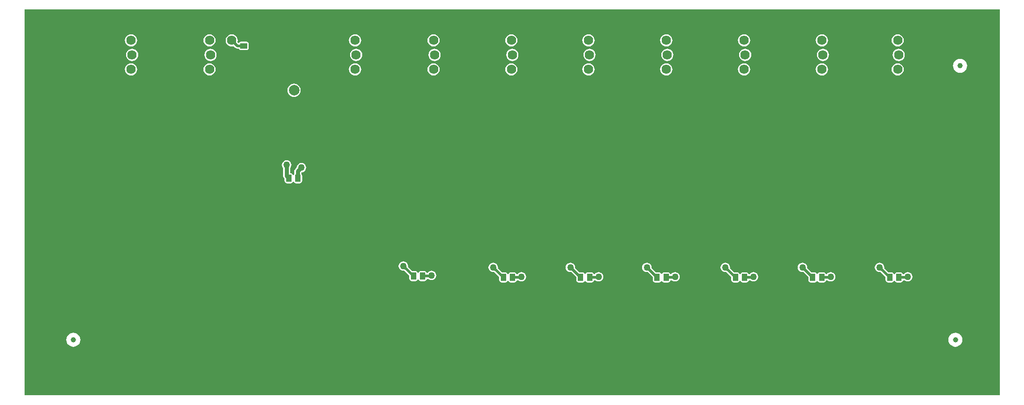
<source format=gbl>
G04 Layer_Physical_Order=2*
G04 Layer_Color=16711680*
%FSLAX44Y44*%
%MOMM*%
G71*
G01*
G75*
G04:AMPARAMS|DCode=10|XSize=1.397mm|YSize=1.0922mm|CornerRadius=0.2021mm|HoleSize=0mm|Usage=FLASHONLY|Rotation=0.000|XOffset=0mm|YOffset=0mm|HoleType=Round|Shape=RoundedRectangle|*
%AMROUNDEDRECTD10*
21,1,1.3970,0.6881,0,0,0.0*
21,1,0.9929,1.0922,0,0,0.0*
1,1,0.4041,0.4964,-0.3440*
1,1,0.4041,-0.4964,-0.3440*
1,1,0.4041,-0.4964,0.3440*
1,1,0.4041,0.4964,0.3440*
%
%ADD10ROUNDEDRECTD10*%
G04:AMPARAMS|DCode=15|XSize=1.397mm|YSize=1.0922mm|CornerRadius=0.2021mm|HoleSize=0mm|Usage=FLASHONLY|Rotation=270.000|XOffset=0mm|YOffset=0mm|HoleType=Round|Shape=RoundedRectangle|*
%AMROUNDEDRECTD15*
21,1,1.3970,0.6881,0,0,270.0*
21,1,0.9929,1.0922,0,0,270.0*
1,1,0.4041,-0.3440,-0.4964*
1,1,0.4041,-0.3440,0.4964*
1,1,0.4041,0.3440,0.4964*
1,1,0.4041,0.3440,-0.4964*
%
%ADD15ROUNDEDRECTD15*%
%ADD35C,0.5080*%
%ADD37C,0.7620*%
%ADD41C,1.7800*%
%ADD42C,7.0000*%
%ADD43C,1.0000*%
%ADD44C,2.0000*%
%ADD45C,2.5000*%
%ADD46C,1.2700*%
%ADD47C,0.6000*%
G36*
X1931670Y565150D02*
X85090D01*
Y1296670D01*
X1931670D01*
Y565150D01*
D02*
G37*
%LPC*%
G36*
X1738630Y1249789D02*
X1735644Y1249396D01*
X1732861Y1248243D01*
X1730471Y1246409D01*
X1728637Y1244019D01*
X1727484Y1241236D01*
X1727091Y1238250D01*
X1727484Y1235264D01*
X1728637Y1232481D01*
X1730471Y1230091D01*
X1732861Y1228257D01*
X1735644Y1227104D01*
X1738630Y1226711D01*
X1741616Y1227104D01*
X1744399Y1228257D01*
X1746789Y1230091D01*
X1748623Y1232481D01*
X1749776Y1235264D01*
X1750169Y1238250D01*
X1749776Y1241236D01*
X1748623Y1244019D01*
X1746789Y1246409D01*
X1744399Y1248243D01*
X1741616Y1249396D01*
X1738630Y1249789D01*
D02*
G37*
G36*
X1595120D02*
X1592134Y1249396D01*
X1589351Y1248243D01*
X1586961Y1246409D01*
X1585127Y1244019D01*
X1583974Y1241236D01*
X1583581Y1238250D01*
X1583974Y1235264D01*
X1585127Y1232481D01*
X1586961Y1230091D01*
X1589351Y1228257D01*
X1592134Y1227104D01*
X1595120Y1226711D01*
X1598106Y1227104D01*
X1600889Y1228257D01*
X1603279Y1230091D01*
X1605113Y1232481D01*
X1606266Y1235264D01*
X1606659Y1238250D01*
X1606266Y1241236D01*
X1605113Y1244019D01*
X1603279Y1246409D01*
X1600889Y1248243D01*
X1598106Y1249396D01*
X1595120Y1249789D01*
D02*
G37*
G36*
X1447800D02*
X1444814Y1249396D01*
X1442031Y1248243D01*
X1439641Y1246409D01*
X1437807Y1244019D01*
X1436655Y1241236D01*
X1436261Y1238250D01*
X1436655Y1235264D01*
X1437807Y1232481D01*
X1439641Y1230091D01*
X1442031Y1228257D01*
X1444814Y1227104D01*
X1447800Y1226711D01*
X1450786Y1227104D01*
X1453569Y1228257D01*
X1455959Y1230091D01*
X1457793Y1232481D01*
X1458945Y1235264D01*
X1459339Y1238250D01*
X1458945Y1241236D01*
X1457793Y1244019D01*
X1455959Y1246409D01*
X1453569Y1248243D01*
X1450786Y1249396D01*
X1447800Y1249789D01*
D02*
G37*
G36*
X1300480D02*
X1297494Y1249396D01*
X1294711Y1248243D01*
X1292321Y1246409D01*
X1290487Y1244019D01*
X1289335Y1241236D01*
X1288941Y1238250D01*
X1289335Y1235264D01*
X1290487Y1232481D01*
X1292321Y1230091D01*
X1294711Y1228257D01*
X1297494Y1227104D01*
X1300480Y1226711D01*
X1303466Y1227104D01*
X1306249Y1228257D01*
X1308639Y1230091D01*
X1310473Y1232481D01*
X1311626Y1235264D01*
X1312019Y1238250D01*
X1311626Y1241236D01*
X1310473Y1244019D01*
X1308639Y1246409D01*
X1306249Y1248243D01*
X1303466Y1249396D01*
X1300480Y1249789D01*
D02*
G37*
G36*
X1153160D02*
X1150174Y1249396D01*
X1147391Y1248243D01*
X1145001Y1246409D01*
X1143167Y1244019D01*
X1142014Y1241236D01*
X1141621Y1238250D01*
X1142014Y1235264D01*
X1143167Y1232481D01*
X1145001Y1230091D01*
X1147391Y1228257D01*
X1150174Y1227104D01*
X1153160Y1226711D01*
X1156146Y1227104D01*
X1158929Y1228257D01*
X1161319Y1230091D01*
X1163153Y1232481D01*
X1164305Y1235264D01*
X1164699Y1238250D01*
X1164305Y1241236D01*
X1163153Y1244019D01*
X1161319Y1246409D01*
X1158929Y1248243D01*
X1156146Y1249396D01*
X1153160Y1249789D01*
D02*
G37*
G36*
X1007110D02*
X1004124Y1249396D01*
X1001341Y1248243D01*
X998951Y1246409D01*
X997117Y1244019D01*
X995965Y1241236D01*
X995571Y1238250D01*
X995965Y1235264D01*
X997117Y1232481D01*
X998951Y1230091D01*
X1001341Y1228257D01*
X1004124Y1227104D01*
X1007110Y1226711D01*
X1010096Y1227104D01*
X1012879Y1228257D01*
X1015269Y1230091D01*
X1017103Y1232481D01*
X1018255Y1235264D01*
X1018649Y1238250D01*
X1018255Y1241236D01*
X1017103Y1244019D01*
X1015269Y1246409D01*
X1012879Y1248243D01*
X1010096Y1249396D01*
X1007110Y1249789D01*
D02*
G37*
G36*
X859790D02*
X856804Y1249396D01*
X854021Y1248243D01*
X851631Y1246409D01*
X849797Y1244019D01*
X848644Y1241236D01*
X848251Y1238250D01*
X848644Y1235264D01*
X849797Y1232481D01*
X851631Y1230091D01*
X854021Y1228257D01*
X856804Y1227104D01*
X859790Y1226711D01*
X862776Y1227104D01*
X865559Y1228257D01*
X867949Y1230091D01*
X869783Y1232481D01*
X870936Y1235264D01*
X871329Y1238250D01*
X870936Y1241236D01*
X869783Y1244019D01*
X867949Y1246409D01*
X865559Y1248243D01*
X862776Y1249396D01*
X859790Y1249789D01*
D02*
G37*
G36*
X711200D02*
X708214Y1249396D01*
X705431Y1248243D01*
X703041Y1246409D01*
X701207Y1244019D01*
X700054Y1241236D01*
X699661Y1238250D01*
X700054Y1235264D01*
X701207Y1232481D01*
X703041Y1230091D01*
X705431Y1228257D01*
X708214Y1227104D01*
X711200Y1226711D01*
X714186Y1227104D01*
X716969Y1228257D01*
X719359Y1230091D01*
X721193Y1232481D01*
X722346Y1235264D01*
X722739Y1238250D01*
X722346Y1241236D01*
X721193Y1244019D01*
X719359Y1246409D01*
X716969Y1248243D01*
X714186Y1249396D01*
X711200Y1249789D01*
D02*
G37*
G36*
X435610D02*
X432624Y1249396D01*
X429841Y1248243D01*
X427451Y1246409D01*
X425617Y1244019D01*
X424464Y1241236D01*
X424071Y1238250D01*
X424464Y1235264D01*
X425617Y1232481D01*
X427451Y1230091D01*
X429841Y1228257D01*
X432624Y1227104D01*
X435610Y1226711D01*
X438596Y1227104D01*
X441379Y1228257D01*
X443769Y1230091D01*
X445603Y1232481D01*
X446755Y1235264D01*
X447149Y1238250D01*
X446755Y1241236D01*
X445603Y1244019D01*
X443769Y1246409D01*
X441379Y1248243D01*
X438596Y1249396D01*
X435610Y1249789D01*
D02*
G37*
G36*
X287020D02*
X284034Y1249396D01*
X281251Y1248243D01*
X278861Y1246409D01*
X277027Y1244019D01*
X275875Y1241236D01*
X275481Y1238250D01*
X275875Y1235264D01*
X277027Y1232481D01*
X278861Y1230091D01*
X281251Y1228257D01*
X284034Y1227104D01*
X287020Y1226711D01*
X290006Y1227104D01*
X292789Y1228257D01*
X295179Y1230091D01*
X297013Y1232481D01*
X298165Y1235264D01*
X298559Y1238250D01*
X298165Y1241236D01*
X297013Y1244019D01*
X295179Y1246409D01*
X292789Y1248243D01*
X290006Y1249396D01*
X287020Y1249789D01*
D02*
G37*
G36*
X477610D02*
X474624Y1249396D01*
X471841Y1248243D01*
X469451Y1246409D01*
X467617Y1244019D01*
X466465Y1241236D01*
X466071Y1238250D01*
X466465Y1235264D01*
X467617Y1232481D01*
X469451Y1230091D01*
X471841Y1228257D01*
X474624Y1227104D01*
X477610Y1226711D01*
X480596Y1227104D01*
X481186Y1227349D01*
X484488Y1224046D01*
X486169Y1222924D01*
X488151Y1222530D01*
X488151Y1222530D01*
X491112D01*
X491120Y1222489D01*
X492128Y1220981D01*
X493636Y1219973D01*
X495416Y1219619D01*
X505344D01*
X507124Y1219973D01*
X508632Y1220981D01*
X509640Y1222489D01*
X509994Y1224269D01*
Y1231149D01*
X509640Y1232929D01*
X508632Y1234437D01*
X507124Y1235445D01*
X505344Y1235799D01*
X495416D01*
X493636Y1235445D01*
X492128Y1234437D01*
X491385Y1233326D01*
X490080Y1233215D01*
X489928Y1233257D01*
X488511Y1234674D01*
X488755Y1235264D01*
X489149Y1238250D01*
X488755Y1241236D01*
X487603Y1244019D01*
X485769Y1246409D01*
X483379Y1248243D01*
X480596Y1249396D01*
X477610Y1249789D01*
D02*
G37*
G36*
X1740580Y1222289D02*
X1737594Y1221896D01*
X1734811Y1220743D01*
X1732421Y1218909D01*
X1730587Y1216519D01*
X1729435Y1213736D01*
X1729041Y1210750D01*
X1729435Y1207764D01*
X1730587Y1204981D01*
X1732421Y1202591D01*
X1734811Y1200757D01*
X1737594Y1199604D01*
X1740580Y1199211D01*
X1743566Y1199604D01*
X1746349Y1200757D01*
X1748739Y1202591D01*
X1750573Y1204981D01*
X1751725Y1207764D01*
X1752119Y1210750D01*
X1751725Y1213736D01*
X1750573Y1216519D01*
X1748739Y1218909D01*
X1746349Y1220743D01*
X1743566Y1221896D01*
X1740580Y1222289D01*
D02*
G37*
G36*
X1597070D02*
X1594084Y1221896D01*
X1591301Y1220743D01*
X1588911Y1218909D01*
X1587077Y1216519D01*
X1585925Y1213736D01*
X1585531Y1210750D01*
X1585925Y1207764D01*
X1587077Y1204981D01*
X1588911Y1202591D01*
X1591301Y1200757D01*
X1594084Y1199604D01*
X1597070Y1199211D01*
X1600056Y1199604D01*
X1602839Y1200757D01*
X1605229Y1202591D01*
X1607063Y1204981D01*
X1608215Y1207764D01*
X1608609Y1210750D01*
X1608215Y1213736D01*
X1607063Y1216519D01*
X1605229Y1218909D01*
X1602839Y1220743D01*
X1600056Y1221896D01*
X1597070Y1222289D01*
D02*
G37*
G36*
X1449750D02*
X1446764Y1221896D01*
X1443981Y1220743D01*
X1441591Y1218909D01*
X1439757Y1216519D01*
X1438604Y1213736D01*
X1438211Y1210750D01*
X1438604Y1207764D01*
X1439757Y1204981D01*
X1441591Y1202591D01*
X1443981Y1200757D01*
X1446764Y1199604D01*
X1449750Y1199211D01*
X1452736Y1199604D01*
X1455519Y1200757D01*
X1457909Y1202591D01*
X1459743Y1204981D01*
X1460896Y1207764D01*
X1461289Y1210750D01*
X1460896Y1213736D01*
X1459743Y1216519D01*
X1457909Y1218909D01*
X1455519Y1220743D01*
X1452736Y1221896D01*
X1449750Y1222289D01*
D02*
G37*
G36*
X1302430D02*
X1299444Y1221896D01*
X1296661Y1220743D01*
X1294271Y1218909D01*
X1292437Y1216519D01*
X1291284Y1213736D01*
X1290891Y1210750D01*
X1291284Y1207764D01*
X1292437Y1204981D01*
X1294271Y1202591D01*
X1296661Y1200757D01*
X1299444Y1199604D01*
X1302430Y1199211D01*
X1305416Y1199604D01*
X1308199Y1200757D01*
X1310589Y1202591D01*
X1312423Y1204981D01*
X1313575Y1207764D01*
X1313969Y1210750D01*
X1313575Y1213736D01*
X1312423Y1216519D01*
X1310589Y1218909D01*
X1308199Y1220743D01*
X1305416Y1221896D01*
X1302430Y1222289D01*
D02*
G37*
G36*
X1155110D02*
X1152124Y1221896D01*
X1149341Y1220743D01*
X1146951Y1218909D01*
X1145117Y1216519D01*
X1143964Y1213736D01*
X1143571Y1210750D01*
X1143964Y1207764D01*
X1145117Y1204981D01*
X1146951Y1202591D01*
X1149341Y1200757D01*
X1152124Y1199604D01*
X1155110Y1199211D01*
X1158096Y1199604D01*
X1160879Y1200757D01*
X1163269Y1202591D01*
X1165103Y1204981D01*
X1166255Y1207764D01*
X1166649Y1210750D01*
X1166255Y1213736D01*
X1165103Y1216519D01*
X1163269Y1218909D01*
X1160879Y1220743D01*
X1158096Y1221896D01*
X1155110Y1222289D01*
D02*
G37*
G36*
X1009060D02*
X1006074Y1221896D01*
X1003291Y1220743D01*
X1000901Y1218909D01*
X999067Y1216519D01*
X997915Y1213736D01*
X997521Y1210750D01*
X997915Y1207764D01*
X999067Y1204981D01*
X1000901Y1202591D01*
X1003291Y1200757D01*
X1006074Y1199604D01*
X1009060Y1199211D01*
X1012046Y1199604D01*
X1014829Y1200757D01*
X1017219Y1202591D01*
X1019053Y1204981D01*
X1020206Y1207764D01*
X1020599Y1210750D01*
X1020206Y1213736D01*
X1019053Y1216519D01*
X1017219Y1218909D01*
X1014829Y1220743D01*
X1012046Y1221896D01*
X1009060Y1222289D01*
D02*
G37*
G36*
X861740D02*
X858754Y1221896D01*
X855971Y1220743D01*
X853581Y1218909D01*
X851747Y1216519D01*
X850594Y1213736D01*
X850201Y1210750D01*
X850594Y1207764D01*
X851747Y1204981D01*
X853581Y1202591D01*
X855971Y1200757D01*
X858754Y1199604D01*
X861740Y1199211D01*
X864726Y1199604D01*
X867509Y1200757D01*
X869899Y1202591D01*
X871733Y1204981D01*
X872886Y1207764D01*
X873279Y1210750D01*
X872886Y1213736D01*
X871733Y1216519D01*
X869899Y1218909D01*
X867509Y1220743D01*
X864726Y1221896D01*
X861740Y1222289D01*
D02*
G37*
G36*
X713150D02*
X710164Y1221896D01*
X707381Y1220743D01*
X704991Y1218909D01*
X703157Y1216519D01*
X702004Y1213736D01*
X701611Y1210750D01*
X702004Y1207764D01*
X703157Y1204981D01*
X704991Y1202591D01*
X707381Y1200757D01*
X710164Y1199604D01*
X713150Y1199211D01*
X716136Y1199604D01*
X718919Y1200757D01*
X721309Y1202591D01*
X723143Y1204981D01*
X724296Y1207764D01*
X724689Y1210750D01*
X724296Y1213736D01*
X723143Y1216519D01*
X721309Y1218909D01*
X718919Y1220743D01*
X716136Y1221896D01*
X713150Y1222289D01*
D02*
G37*
G36*
X437560D02*
X434574Y1221896D01*
X431791Y1220743D01*
X429401Y1218909D01*
X427567Y1216519D01*
X426414Y1213736D01*
X426021Y1210750D01*
X426414Y1207764D01*
X427567Y1204981D01*
X429401Y1202591D01*
X431791Y1200757D01*
X434574Y1199604D01*
X437560Y1199211D01*
X440546Y1199604D01*
X443329Y1200757D01*
X445719Y1202591D01*
X447553Y1204981D01*
X448705Y1207764D01*
X449099Y1210750D01*
X448705Y1213736D01*
X447553Y1216519D01*
X445719Y1218909D01*
X443329Y1220743D01*
X440546Y1221896D01*
X437560Y1222289D01*
D02*
G37*
G36*
X288970D02*
X285984Y1221896D01*
X283201Y1220743D01*
X280811Y1218909D01*
X278977Y1216519D01*
X277824Y1213736D01*
X277431Y1210750D01*
X277824Y1207764D01*
X278977Y1204981D01*
X280811Y1202591D01*
X283201Y1200757D01*
X285984Y1199604D01*
X288970Y1199211D01*
X291956Y1199604D01*
X294739Y1200757D01*
X297129Y1202591D01*
X298963Y1204981D01*
X300116Y1207764D01*
X300509Y1210750D01*
X300116Y1213736D01*
X298963Y1216519D01*
X297129Y1218909D01*
X294739Y1220743D01*
X291956Y1221896D01*
X288970Y1222289D01*
D02*
G37*
G36*
X1856740Y1203279D02*
X1853301Y1202826D01*
X1850096Y1201498D01*
X1847343Y1199387D01*
X1845232Y1196634D01*
X1843904Y1193429D01*
X1843451Y1189990D01*
X1843904Y1186551D01*
X1845232Y1183346D01*
X1847343Y1180593D01*
X1850096Y1178482D01*
X1853301Y1177154D01*
X1856740Y1176701D01*
X1860179Y1177154D01*
X1863384Y1178482D01*
X1866136Y1180593D01*
X1868248Y1183346D01*
X1869576Y1186551D01*
X1870029Y1189990D01*
X1869576Y1193429D01*
X1868248Y1196634D01*
X1866136Y1199387D01*
X1863384Y1201498D01*
X1860179Y1202826D01*
X1856740Y1203279D01*
D02*
G37*
G36*
X1738630Y1194789D02*
X1735644Y1194396D01*
X1732861Y1193243D01*
X1730471Y1191409D01*
X1728637Y1189019D01*
X1727484Y1186236D01*
X1727091Y1183250D01*
X1727484Y1180264D01*
X1728637Y1177481D01*
X1730471Y1175091D01*
X1732861Y1173257D01*
X1735644Y1172104D01*
X1738630Y1171711D01*
X1741616Y1172104D01*
X1744399Y1173257D01*
X1746789Y1175091D01*
X1748623Y1177481D01*
X1749776Y1180264D01*
X1750169Y1183250D01*
X1749776Y1186236D01*
X1748623Y1189019D01*
X1746789Y1191409D01*
X1744399Y1193243D01*
X1741616Y1194396D01*
X1738630Y1194789D01*
D02*
G37*
G36*
X1595120D02*
X1592134Y1194396D01*
X1589351Y1193243D01*
X1586961Y1191409D01*
X1585127Y1189019D01*
X1583974Y1186236D01*
X1583581Y1183250D01*
X1583974Y1180264D01*
X1585127Y1177481D01*
X1586961Y1175091D01*
X1589351Y1173257D01*
X1592134Y1172104D01*
X1595120Y1171711D01*
X1598106Y1172104D01*
X1600889Y1173257D01*
X1603279Y1175091D01*
X1605113Y1177481D01*
X1606266Y1180264D01*
X1606659Y1183250D01*
X1606266Y1186236D01*
X1605113Y1189019D01*
X1603279Y1191409D01*
X1600889Y1193243D01*
X1598106Y1194396D01*
X1595120Y1194789D01*
D02*
G37*
G36*
X1447800D02*
X1444814Y1194396D01*
X1442031Y1193243D01*
X1439641Y1191409D01*
X1437807Y1189019D01*
X1436655Y1186236D01*
X1436261Y1183250D01*
X1436655Y1180264D01*
X1437807Y1177481D01*
X1439641Y1175091D01*
X1442031Y1173257D01*
X1444814Y1172104D01*
X1447800Y1171711D01*
X1450786Y1172104D01*
X1453569Y1173257D01*
X1455959Y1175091D01*
X1457793Y1177481D01*
X1458945Y1180264D01*
X1459339Y1183250D01*
X1458945Y1186236D01*
X1457793Y1189019D01*
X1455959Y1191409D01*
X1453569Y1193243D01*
X1450786Y1194396D01*
X1447800Y1194789D01*
D02*
G37*
G36*
X1300480D02*
X1297494Y1194396D01*
X1294711Y1193243D01*
X1292321Y1191409D01*
X1290487Y1189019D01*
X1289335Y1186236D01*
X1288941Y1183250D01*
X1289335Y1180264D01*
X1290487Y1177481D01*
X1292321Y1175091D01*
X1294711Y1173257D01*
X1297494Y1172104D01*
X1300480Y1171711D01*
X1303466Y1172104D01*
X1306249Y1173257D01*
X1308639Y1175091D01*
X1310473Y1177481D01*
X1311626Y1180264D01*
X1312019Y1183250D01*
X1311626Y1186236D01*
X1310473Y1189019D01*
X1308639Y1191409D01*
X1306249Y1193243D01*
X1303466Y1194396D01*
X1300480Y1194789D01*
D02*
G37*
G36*
X1153160D02*
X1150174Y1194396D01*
X1147391Y1193243D01*
X1145001Y1191409D01*
X1143167Y1189019D01*
X1142014Y1186236D01*
X1141621Y1183250D01*
X1142014Y1180264D01*
X1143167Y1177481D01*
X1145001Y1175091D01*
X1147391Y1173257D01*
X1150174Y1172104D01*
X1153160Y1171711D01*
X1156146Y1172104D01*
X1158929Y1173257D01*
X1161319Y1175091D01*
X1163153Y1177481D01*
X1164305Y1180264D01*
X1164699Y1183250D01*
X1164305Y1186236D01*
X1163153Y1189019D01*
X1161319Y1191409D01*
X1158929Y1193243D01*
X1156146Y1194396D01*
X1153160Y1194789D01*
D02*
G37*
G36*
X1007110D02*
X1004124Y1194396D01*
X1001341Y1193243D01*
X998951Y1191409D01*
X997117Y1189019D01*
X995965Y1186236D01*
X995571Y1183250D01*
X995965Y1180264D01*
X997117Y1177481D01*
X998951Y1175091D01*
X1001341Y1173257D01*
X1004124Y1172104D01*
X1007110Y1171711D01*
X1010096Y1172104D01*
X1012879Y1173257D01*
X1015269Y1175091D01*
X1017103Y1177481D01*
X1018255Y1180264D01*
X1018649Y1183250D01*
X1018255Y1186236D01*
X1017103Y1189019D01*
X1015269Y1191409D01*
X1012879Y1193243D01*
X1010096Y1194396D01*
X1007110Y1194789D01*
D02*
G37*
G36*
X859790D02*
X856804Y1194396D01*
X854021Y1193243D01*
X851631Y1191409D01*
X849797Y1189019D01*
X848644Y1186236D01*
X848251Y1183250D01*
X848644Y1180264D01*
X849797Y1177481D01*
X851631Y1175091D01*
X854021Y1173257D01*
X856804Y1172104D01*
X859790Y1171711D01*
X862776Y1172104D01*
X865559Y1173257D01*
X867949Y1175091D01*
X869783Y1177481D01*
X870936Y1180264D01*
X871329Y1183250D01*
X870936Y1186236D01*
X869783Y1189019D01*
X867949Y1191409D01*
X865559Y1193243D01*
X862776Y1194396D01*
X859790Y1194789D01*
D02*
G37*
G36*
X711200D02*
X708214Y1194396D01*
X705431Y1193243D01*
X703041Y1191409D01*
X701207Y1189019D01*
X700054Y1186236D01*
X699661Y1183250D01*
X700054Y1180264D01*
X701207Y1177481D01*
X703041Y1175091D01*
X705431Y1173257D01*
X708214Y1172104D01*
X711200Y1171711D01*
X714186Y1172104D01*
X716969Y1173257D01*
X719359Y1175091D01*
X721193Y1177481D01*
X722346Y1180264D01*
X722739Y1183250D01*
X722346Y1186236D01*
X721193Y1189019D01*
X719359Y1191409D01*
X716969Y1193243D01*
X714186Y1194396D01*
X711200Y1194789D01*
D02*
G37*
G36*
X435610D02*
X432624Y1194396D01*
X429841Y1193243D01*
X427451Y1191409D01*
X425617Y1189019D01*
X424464Y1186236D01*
X424071Y1183250D01*
X424464Y1180264D01*
X425617Y1177481D01*
X427451Y1175091D01*
X429841Y1173257D01*
X432624Y1172104D01*
X435610Y1171711D01*
X438596Y1172104D01*
X441379Y1173257D01*
X443769Y1175091D01*
X445603Y1177481D01*
X446755Y1180264D01*
X447149Y1183250D01*
X446755Y1186236D01*
X445603Y1189019D01*
X443769Y1191409D01*
X441379Y1193243D01*
X438596Y1194396D01*
X435610Y1194789D01*
D02*
G37*
G36*
X287020D02*
X284034Y1194396D01*
X281251Y1193243D01*
X278861Y1191409D01*
X277027Y1189019D01*
X275875Y1186236D01*
X275481Y1183250D01*
X275875Y1180264D01*
X277027Y1177481D01*
X278861Y1175091D01*
X281251Y1173257D01*
X284034Y1172104D01*
X287020Y1171711D01*
X290006Y1172104D01*
X292789Y1173257D01*
X295179Y1175091D01*
X297013Y1177481D01*
X298165Y1180264D01*
X298559Y1183250D01*
X298165Y1186236D01*
X297013Y1189019D01*
X295179Y1191409D01*
X292789Y1193243D01*
X290006Y1194396D01*
X287020Y1194789D01*
D02*
G37*
G36*
X595630Y1156298D02*
X592356Y1155867D01*
X589306Y1154604D01*
X586686Y1152594D01*
X584676Y1149974D01*
X583413Y1146924D01*
X582982Y1143650D01*
X583413Y1140376D01*
X584676Y1137326D01*
X586686Y1134706D01*
X589306Y1132696D01*
X592356Y1131433D01*
X595630Y1131002D01*
X598904Y1131433D01*
X601954Y1132696D01*
X604574Y1134706D01*
X606584Y1137326D01*
X607847Y1140376D01*
X608278Y1143650D01*
X607847Y1146924D01*
X606584Y1149974D01*
X604574Y1152594D01*
X601954Y1154604D01*
X598904Y1155867D01*
X595630Y1156298D01*
D02*
G37*
G36*
X581660Y1010997D02*
X579339Y1010691D01*
X577177Y1009795D01*
X575320Y1008370D01*
X573895Y1006513D01*
X572999Y1004351D01*
X572693Y1002030D01*
X572999Y999709D01*
X573895Y997547D01*
X575186Y995864D01*
Y980821D01*
X575678Y978343D01*
X577082Y976243D01*
X577761Y975564D01*
Y971666D01*
X578115Y969886D01*
X579123Y968378D01*
X580631Y967370D01*
X582411Y967016D01*
X589291D01*
X591071Y967370D01*
X592579Y968378D01*
X593587Y969886D01*
X593713Y970515D01*
X595007D01*
X595133Y969886D01*
X596141Y968378D01*
X597649Y967370D01*
X599429Y967016D01*
X606309D01*
X608089Y967370D01*
X609597Y968378D01*
X610605Y969886D01*
X610959Y971666D01*
Y981594D01*
X610605Y983374D01*
X609597Y984882D01*
X609343Y985052D01*
Y987537D01*
X609818Y988012D01*
X611921Y988289D01*
X614083Y989185D01*
X615940Y990610D01*
X617365Y992467D01*
X618261Y994629D01*
X618567Y996950D01*
X618261Y999271D01*
X617365Y1001433D01*
X615940Y1003290D01*
X614083Y1004715D01*
X611921Y1005611D01*
X609600Y1005917D01*
X607279Y1005611D01*
X605117Y1004715D01*
X603260Y1003290D01*
X601835Y1001433D01*
X600939Y999271D01*
X600662Y997168D01*
X598291Y994797D01*
X596887Y992697D01*
X596395Y990219D01*
Y985052D01*
X596141Y984882D01*
X595133Y983374D01*
X595007Y982745D01*
X593713D01*
X593587Y983374D01*
X592579Y984882D01*
X591071Y985890D01*
X589291Y986244D01*
X588134D01*
Y995864D01*
X589425Y997547D01*
X590321Y999709D01*
X590627Y1002030D01*
X590321Y1004351D01*
X589425Y1006513D01*
X588000Y1008370D01*
X586143Y1009795D01*
X583981Y1010691D01*
X581660Y1010997D01*
D02*
G37*
G36*
X802640Y819227D02*
X800319Y818921D01*
X798157Y818025D01*
X796300Y816600D01*
X794875Y814743D01*
X793979Y812581D01*
X793673Y810260D01*
X793979Y807939D01*
X794875Y805777D01*
X796300Y803920D01*
X798157Y802495D01*
X800319Y801599D01*
X802640Y801293D01*
X804427Y801529D01*
X813981Y791975D01*
Y786246D01*
X814335Y784466D01*
X815343Y782958D01*
X816851Y781950D01*
X818631Y781596D01*
X825511D01*
X827291Y781950D01*
X828799Y782958D01*
X829807Y784466D01*
X829933Y785095D01*
X831227D01*
X831353Y784466D01*
X832361Y782958D01*
X833869Y781950D01*
X835649Y781596D01*
X842529D01*
X844309Y781950D01*
X845817Y782958D01*
X846825Y784466D01*
X847137Y786031D01*
X849782D01*
X851497Y784715D01*
X853659Y783819D01*
X855980Y783513D01*
X858301Y783819D01*
X860463Y784715D01*
X862320Y786140D01*
X863745Y787997D01*
X864641Y790159D01*
X864947Y792480D01*
X864641Y794801D01*
X863745Y796963D01*
X862320Y798820D01*
X860463Y800245D01*
X858301Y801141D01*
X855980Y801447D01*
X853659Y801141D01*
X851497Y800245D01*
X849640Y798820D01*
X848296Y797070D01*
X847852Y797050D01*
X846963Y797261D01*
X846825Y797954D01*
X845817Y799462D01*
X844309Y800470D01*
X842529Y800824D01*
X835649D01*
X833869Y800470D01*
X832361Y799462D01*
X831353Y797954D01*
X831227Y797325D01*
X829933D01*
X829807Y797954D01*
X828799Y799462D01*
X827291Y800470D01*
X825511Y800824D01*
X819782D01*
X811460Y809146D01*
X811607Y810260D01*
X811301Y812581D01*
X810405Y814743D01*
X808980Y816600D01*
X807123Y818025D01*
X804961Y818921D01*
X802640Y819227D01*
D02*
G37*
G36*
X1704340Y816687D02*
X1702019Y816381D01*
X1699857Y815485D01*
X1698000Y814060D01*
X1696575Y812203D01*
X1695679Y810041D01*
X1695373Y807720D01*
X1695679Y805399D01*
X1696575Y803237D01*
X1698000Y801380D01*
X1699857Y799955D01*
X1702019Y799059D01*
X1704340Y798753D01*
X1706127Y798989D01*
X1715681Y789435D01*
Y783706D01*
X1716035Y781926D01*
X1717043Y780418D01*
X1718551Y779410D01*
X1720331Y779056D01*
X1727211D01*
X1728991Y779410D01*
X1730499Y780418D01*
X1731507Y781926D01*
X1731633Y782555D01*
X1732927D01*
X1733053Y781926D01*
X1734061Y780418D01*
X1735569Y779410D01*
X1737349Y779056D01*
X1744229D01*
X1746009Y779410D01*
X1747517Y780418D01*
X1748525Y781926D01*
X1748837Y783491D01*
X1751482D01*
X1753197Y782175D01*
X1755359Y781279D01*
X1757680Y780973D01*
X1760001Y781279D01*
X1762163Y782175D01*
X1764020Y783600D01*
X1765445Y785457D01*
X1766341Y787619D01*
X1766647Y789940D01*
X1766341Y792261D01*
X1765445Y794423D01*
X1764020Y796280D01*
X1762163Y797705D01*
X1760001Y798601D01*
X1757680Y798907D01*
X1755359Y798601D01*
X1753197Y797705D01*
X1751340Y796280D01*
X1749996Y794530D01*
X1749552Y794510D01*
X1748663Y794721D01*
X1748525Y795414D01*
X1747517Y796922D01*
X1746009Y797930D01*
X1744229Y798284D01*
X1737349D01*
X1735569Y797930D01*
X1734061Y796922D01*
X1733053Y795414D01*
X1732927Y794785D01*
X1731633D01*
X1731507Y795414D01*
X1730499Y796922D01*
X1728991Y797930D01*
X1727211Y798284D01*
X1721482D01*
X1713160Y806606D01*
X1713307Y807720D01*
X1713001Y810041D01*
X1712105Y812203D01*
X1710680Y814060D01*
X1708823Y815485D01*
X1706661Y816381D01*
X1704340Y816687D01*
D02*
G37*
G36*
X1558290D02*
X1555969Y816381D01*
X1553807Y815485D01*
X1551950Y814060D01*
X1550525Y812203D01*
X1549629Y810041D01*
X1549323Y807720D01*
X1549629Y805399D01*
X1550525Y803237D01*
X1551950Y801380D01*
X1553807Y799955D01*
X1555969Y799059D01*
X1558290Y798753D01*
X1560077Y798989D01*
X1569631Y789435D01*
Y783706D01*
X1569985Y781926D01*
X1570993Y780418D01*
X1572501Y779410D01*
X1574281Y779056D01*
X1581161D01*
X1582941Y779410D01*
X1584449Y780418D01*
X1585457Y781926D01*
X1585583Y782555D01*
X1586877D01*
X1587003Y781926D01*
X1588011Y780418D01*
X1589519Y779410D01*
X1591299Y779056D01*
X1598179D01*
X1599959Y779410D01*
X1601467Y780418D01*
X1602475Y781926D01*
X1602787Y783491D01*
X1605432D01*
X1607147Y782175D01*
X1609309Y781279D01*
X1611630Y780973D01*
X1613951Y781279D01*
X1616113Y782175D01*
X1617970Y783600D01*
X1619395Y785457D01*
X1620291Y787619D01*
X1620597Y789940D01*
X1620291Y792261D01*
X1619395Y794423D01*
X1617970Y796280D01*
X1616113Y797705D01*
X1613951Y798601D01*
X1611630Y798907D01*
X1609309Y798601D01*
X1607147Y797705D01*
X1605290Y796280D01*
X1603946Y794530D01*
X1603502Y794510D01*
X1602613Y794721D01*
X1602475Y795414D01*
X1601467Y796922D01*
X1599959Y797930D01*
X1598179Y798284D01*
X1591299D01*
X1589519Y797930D01*
X1588011Y796922D01*
X1587003Y795414D01*
X1586877Y794785D01*
X1585583D01*
X1585457Y795414D01*
X1584449Y796922D01*
X1582941Y797930D01*
X1581161Y798284D01*
X1575432D01*
X1567110Y806606D01*
X1567257Y807720D01*
X1566951Y810041D01*
X1566055Y812203D01*
X1564630Y814060D01*
X1562773Y815485D01*
X1560611Y816381D01*
X1558290Y816687D01*
D02*
G37*
G36*
X1412240D02*
X1409919Y816381D01*
X1407757Y815485D01*
X1405900Y814060D01*
X1404475Y812203D01*
X1403579Y810041D01*
X1403273Y807720D01*
X1403579Y805399D01*
X1404475Y803237D01*
X1405900Y801380D01*
X1407757Y799955D01*
X1409919Y799059D01*
X1412240Y798753D01*
X1414027Y798989D01*
X1423581Y789435D01*
Y783706D01*
X1423935Y781926D01*
X1424943Y780418D01*
X1426451Y779410D01*
X1428231Y779056D01*
X1435111D01*
X1436891Y779410D01*
X1438399Y780418D01*
X1439407Y781926D01*
X1439533Y782555D01*
X1440827D01*
X1440953Y781926D01*
X1441961Y780418D01*
X1443469Y779410D01*
X1445249Y779056D01*
X1452129D01*
X1453909Y779410D01*
X1455417Y780418D01*
X1456425Y781926D01*
X1456737Y783491D01*
X1459382D01*
X1461097Y782175D01*
X1463259Y781279D01*
X1465580Y780973D01*
X1467901Y781279D01*
X1470063Y782175D01*
X1471920Y783600D01*
X1473345Y785457D01*
X1474241Y787619D01*
X1474547Y789940D01*
X1474241Y792261D01*
X1473345Y794423D01*
X1471920Y796280D01*
X1470063Y797705D01*
X1467901Y798601D01*
X1465580Y798907D01*
X1463259Y798601D01*
X1461097Y797705D01*
X1459240Y796280D01*
X1457896Y794530D01*
X1457452Y794510D01*
X1456563Y794721D01*
X1456425Y795414D01*
X1455417Y796922D01*
X1453909Y797930D01*
X1452129Y798284D01*
X1445249D01*
X1443469Y797930D01*
X1441961Y796922D01*
X1440953Y795414D01*
X1440827Y794785D01*
X1439533D01*
X1439407Y795414D01*
X1438399Y796922D01*
X1436891Y797930D01*
X1435111Y798284D01*
X1429382D01*
X1421060Y806606D01*
X1421207Y807720D01*
X1420901Y810041D01*
X1420005Y812203D01*
X1418580Y814060D01*
X1416723Y815485D01*
X1414561Y816381D01*
X1412240Y816687D01*
D02*
G37*
G36*
X1263650D02*
X1261329Y816381D01*
X1259167Y815485D01*
X1257310Y814060D01*
X1255885Y812203D01*
X1254989Y810041D01*
X1254683Y807720D01*
X1254989Y805399D01*
X1255885Y803237D01*
X1257310Y801380D01*
X1259167Y799955D01*
X1261329Y799059D01*
X1263650Y798753D01*
X1265437Y798989D01*
X1274991Y789435D01*
Y783706D01*
X1275345Y781926D01*
X1276353Y780418D01*
X1277861Y779410D01*
X1279641Y779056D01*
X1286521D01*
X1288301Y779410D01*
X1289809Y780418D01*
X1290817Y781926D01*
X1290943Y782555D01*
X1292237D01*
X1292363Y781926D01*
X1293371Y780418D01*
X1294879Y779410D01*
X1296659Y779056D01*
X1303539D01*
X1305319Y779410D01*
X1306827Y780418D01*
X1307835Y781926D01*
X1308147Y783491D01*
X1310792D01*
X1312507Y782175D01*
X1314669Y781279D01*
X1316990Y780973D01*
X1319311Y781279D01*
X1321473Y782175D01*
X1323330Y783600D01*
X1324755Y785457D01*
X1325651Y787619D01*
X1325957Y789940D01*
X1325651Y792261D01*
X1324755Y794423D01*
X1323330Y796280D01*
X1321473Y797705D01*
X1319311Y798601D01*
X1316990Y798907D01*
X1314669Y798601D01*
X1312507Y797705D01*
X1310650Y796280D01*
X1309306Y794530D01*
X1308862Y794510D01*
X1307973Y794721D01*
X1307835Y795414D01*
X1306827Y796922D01*
X1305319Y797930D01*
X1303539Y798284D01*
X1296659D01*
X1294879Y797930D01*
X1293371Y796922D01*
X1292363Y795414D01*
X1292237Y794785D01*
X1290943D01*
X1290817Y795414D01*
X1289809Y796922D01*
X1288301Y797930D01*
X1286521Y798284D01*
X1280792D01*
X1272470Y806606D01*
X1272617Y807720D01*
X1272311Y810041D01*
X1271415Y812203D01*
X1269990Y814060D01*
X1268133Y815485D01*
X1265971Y816381D01*
X1263650Y816687D01*
D02*
G37*
G36*
X1118870D02*
X1116549Y816381D01*
X1114387Y815485D01*
X1112530Y814060D01*
X1111105Y812203D01*
X1110209Y810041D01*
X1109903Y807720D01*
X1110209Y805399D01*
X1111105Y803237D01*
X1112530Y801380D01*
X1114387Y799955D01*
X1116549Y799059D01*
X1118870Y798753D01*
X1120657Y798989D01*
X1130211Y789435D01*
Y783706D01*
X1130565Y781926D01*
X1131573Y780418D01*
X1133081Y779410D01*
X1134861Y779056D01*
X1141741D01*
X1143521Y779410D01*
X1145029Y780418D01*
X1146037Y781926D01*
X1146163Y782555D01*
X1147457D01*
X1147583Y781926D01*
X1148591Y780418D01*
X1150099Y779410D01*
X1151879Y779056D01*
X1158759D01*
X1160539Y779410D01*
X1162047Y780418D01*
X1163055Y781926D01*
X1163367Y783491D01*
X1166012D01*
X1167727Y782175D01*
X1169889Y781279D01*
X1172210Y780973D01*
X1174531Y781279D01*
X1176693Y782175D01*
X1178550Y783600D01*
X1179975Y785457D01*
X1180871Y787619D01*
X1181177Y789940D01*
X1180871Y792261D01*
X1179975Y794423D01*
X1178550Y796280D01*
X1176693Y797705D01*
X1174531Y798601D01*
X1172210Y798907D01*
X1169889Y798601D01*
X1167727Y797705D01*
X1165870Y796280D01*
X1164526Y794530D01*
X1164082Y794510D01*
X1163193Y794721D01*
X1163055Y795414D01*
X1162047Y796922D01*
X1160539Y797930D01*
X1158759Y798284D01*
X1151879D01*
X1150099Y797930D01*
X1148591Y796922D01*
X1147583Y795414D01*
X1147457Y794785D01*
X1146163D01*
X1146037Y795414D01*
X1145029Y796922D01*
X1143521Y797930D01*
X1141741Y798284D01*
X1136012D01*
X1127690Y806606D01*
X1127837Y807720D01*
X1127531Y810041D01*
X1126635Y812203D01*
X1125210Y814060D01*
X1123353Y815485D01*
X1121191Y816381D01*
X1118870Y816687D01*
D02*
G37*
G36*
X972820D02*
X970499Y816381D01*
X968337Y815485D01*
X966480Y814060D01*
X965055Y812203D01*
X964159Y810041D01*
X963853Y807720D01*
X964159Y805399D01*
X965055Y803237D01*
X966480Y801380D01*
X968337Y799955D01*
X970499Y799059D01*
X972820Y798753D01*
X974607Y798989D01*
X984161Y789435D01*
Y783706D01*
X984515Y781926D01*
X985523Y780418D01*
X987031Y779410D01*
X988811Y779056D01*
X995691D01*
X997471Y779410D01*
X998979Y780418D01*
X999987Y781926D01*
X1000113Y782555D01*
X1001407D01*
X1001533Y781926D01*
X1002541Y780418D01*
X1004049Y779410D01*
X1005829Y779056D01*
X1012709D01*
X1014489Y779410D01*
X1015997Y780418D01*
X1017005Y781926D01*
X1017317Y783491D01*
X1019962D01*
X1021677Y782175D01*
X1023839Y781279D01*
X1026160Y780973D01*
X1028481Y781279D01*
X1030643Y782175D01*
X1032500Y783600D01*
X1033925Y785457D01*
X1034821Y787619D01*
X1035127Y789940D01*
X1034821Y792261D01*
X1033925Y794423D01*
X1032500Y796280D01*
X1030643Y797705D01*
X1028481Y798601D01*
X1026160Y798907D01*
X1023839Y798601D01*
X1021677Y797705D01*
X1019820Y796280D01*
X1018476Y794530D01*
X1018032Y794510D01*
X1017143Y794721D01*
X1017005Y795414D01*
X1015997Y796922D01*
X1014489Y797930D01*
X1012709Y798284D01*
X1005829D01*
X1004049Y797930D01*
X1002541Y796922D01*
X1001533Y795414D01*
X1001407Y794785D01*
X1000113D01*
X999987Y795414D01*
X998979Y796922D01*
X997471Y797930D01*
X995691Y798284D01*
X989962D01*
X981640Y806606D01*
X981787Y807720D01*
X981481Y810041D01*
X980585Y812203D01*
X979160Y814060D01*
X977303Y815485D01*
X975141Y816381D01*
X972820Y816687D01*
D02*
G37*
G36*
X1847850Y683849D02*
X1844411Y683396D01*
X1841206Y682068D01*
X1838454Y679957D01*
X1836342Y677204D01*
X1835014Y673999D01*
X1834561Y670560D01*
X1835014Y667121D01*
X1836342Y663916D01*
X1838454Y661163D01*
X1841206Y659052D01*
X1844411Y657724D01*
X1847850Y657271D01*
X1851289Y657724D01*
X1854494Y659052D01*
X1857247Y661163D01*
X1859358Y663916D01*
X1860686Y667121D01*
X1861139Y670560D01*
X1860686Y673999D01*
X1859358Y677204D01*
X1857247Y679957D01*
X1854494Y682068D01*
X1851289Y683396D01*
X1847850Y683849D01*
D02*
G37*
G36*
X177800D02*
X174361Y683396D01*
X171156Y682068D01*
X168403Y679957D01*
X166292Y677204D01*
X164964Y673999D01*
X164511Y670560D01*
X164964Y667121D01*
X166292Y663916D01*
X168403Y661163D01*
X171156Y659052D01*
X174361Y657724D01*
X177800Y657271D01*
X181239Y657724D01*
X184444Y659052D01*
X187197Y661163D01*
X189308Y663916D01*
X190636Y667121D01*
X191089Y670560D01*
X190636Y673999D01*
X189308Y677204D01*
X187197Y679957D01*
X184444Y682068D01*
X181239Y683396D01*
X177800Y683849D01*
D02*
G37*
%LPD*%
D10*
X500380Y1210691D02*
D03*
Y1227709D02*
D03*
D15*
X839089Y791210D02*
D03*
X822071D02*
D03*
X602869Y976630D02*
D03*
X585851D02*
D03*
X1155319Y788670D02*
D03*
X1138301D02*
D03*
X1009269D02*
D03*
X992251D02*
D03*
X1740789D02*
D03*
X1723771D02*
D03*
X1594739D02*
D03*
X1577721D02*
D03*
X1448689D02*
D03*
X1431671D02*
D03*
X1300099D02*
D03*
X1283081D02*
D03*
D35*
X1704721Y807720D02*
X1723771Y788670D01*
X1740789D02*
X1756410D01*
X1558671Y807720D02*
X1577721Y788670D01*
X1594739D02*
X1610360D01*
X1412621Y807720D02*
X1431671Y788670D01*
X1448689D02*
X1464310D01*
X1264031Y807720D02*
X1283081Y788670D01*
X1300099D02*
X1315720D01*
X1119251Y807720D02*
X1138301Y788670D01*
X1155319D02*
X1170940D01*
X973201Y807720D02*
X992251Y788670D01*
X1009269D02*
X1024890D01*
X854710Y791210D02*
X855980Y792480D01*
X839089Y791210D02*
X854710D01*
X803021Y810260D02*
X822071Y791210D01*
X802640Y810260D02*
X803021D01*
X477610Y1238250D02*
X488151Y1227709D01*
X500380D01*
D37*
X602869Y990219D02*
X609600Y996950D01*
X602869Y976630D02*
Y990219D01*
X581660Y980821D02*
X585851Y976630D01*
X581660Y980821D02*
Y1002030D01*
D41*
X327020Y1210750D02*
D03*
X288970D02*
D03*
X287020Y1183250D02*
D03*
X329020D02*
D03*
Y1238250D02*
D03*
X287020D02*
D03*
X751200Y1210750D02*
D03*
X713150D02*
D03*
X711200Y1183250D02*
D03*
X753200D02*
D03*
Y1238250D02*
D03*
X711200D02*
D03*
X899790Y1210750D02*
D03*
X861740D02*
D03*
X859790Y1183250D02*
D03*
X901790D02*
D03*
Y1238250D02*
D03*
X859790D02*
D03*
X1778630Y1210750D02*
D03*
X1740580D02*
D03*
X1738630Y1183250D02*
D03*
X1780630D02*
D03*
Y1238250D02*
D03*
X1738630D02*
D03*
X1635120Y1210750D02*
D03*
X1597070D02*
D03*
X1595120Y1183250D02*
D03*
X1637120D02*
D03*
Y1238250D02*
D03*
X1595120D02*
D03*
X1487800Y1210750D02*
D03*
X1449750D02*
D03*
X1447800Y1183250D02*
D03*
X1489800D02*
D03*
Y1238250D02*
D03*
X1447800D02*
D03*
X1340480Y1210750D02*
D03*
X1302430D02*
D03*
X1300480Y1183250D02*
D03*
X1342480D02*
D03*
Y1238250D02*
D03*
X1300480D02*
D03*
X475610Y1210750D02*
D03*
X437560D02*
D03*
X435610Y1183250D02*
D03*
X477610D02*
D03*
Y1238250D02*
D03*
X435610D02*
D03*
X1193160Y1210750D02*
D03*
X1155110D02*
D03*
X1153160Y1183250D02*
D03*
X1195160D02*
D03*
Y1238250D02*
D03*
X1153160D02*
D03*
X1047110Y1210750D02*
D03*
X1009060D02*
D03*
X1007110Y1183250D02*
D03*
X1049110D02*
D03*
Y1238250D02*
D03*
X1007110D02*
D03*
D42*
X1884680Y612140D02*
D03*
X132080D02*
D03*
X1884680Y1245870D02*
D03*
X132080D02*
D03*
D43*
X177800Y670560D02*
D03*
X1847850D02*
D03*
X1856740Y1189990D02*
D03*
D44*
X595630Y1236150D02*
D03*
Y1143650D02*
D03*
D45*
Y1203650D02*
D03*
X643130Y1208650D02*
D03*
Y1161650D02*
D03*
X548130Y1208650D02*
D03*
Y1161650D02*
D03*
D46*
X1791970Y1012190D02*
D03*
Y993140D02*
D03*
X1691640Y989330D02*
D03*
X1645920Y1012190D02*
D03*
Y993140D02*
D03*
X1545590Y989330D02*
D03*
X1498600Y1012190D02*
D03*
Y993140D02*
D03*
X1398270Y989330D02*
D03*
X1350010Y1012190D02*
D03*
Y993140D02*
D03*
X1249680Y989330D02*
D03*
X1203960Y1012190D02*
D03*
Y993140D02*
D03*
X1103630Y989330D02*
D03*
X1059180Y1013460D02*
D03*
Y994410D02*
D03*
X958850Y990600D02*
D03*
X781050Y782320D02*
D03*
X1631950Y699770D02*
D03*
X1778000D02*
D03*
X1758950Y767080D02*
D03*
X1680210Y717550D02*
D03*
X1694180Y636270D02*
D03*
X1612900Y767080D02*
D03*
X1534160Y717550D02*
D03*
X1548130Y636270D02*
D03*
X1466850Y767080D02*
D03*
X1388110Y717550D02*
D03*
X1482090Y699770D02*
D03*
X1402080Y636270D02*
D03*
X1188720Y699770D02*
D03*
X1094740Y718820D02*
D03*
X1253490Y636270D02*
D03*
X1333500Y699770D02*
D03*
X1239520Y717550D02*
D03*
X1318260Y767080D02*
D03*
X1173480D02*
D03*
X1109980Y633730D02*
D03*
X1041400Y698500D02*
D03*
X963930Y633730D02*
D03*
X1027430Y767080D02*
D03*
X951230Y717550D02*
D03*
X811530Y655320D02*
D03*
X877570Y701040D02*
D03*
X857250Y760730D02*
D03*
X800100Y990600D02*
D03*
X900430Y994410D02*
D03*
Y1013460D02*
D03*
X763270Y1088390D02*
D03*
X1910080Y1085850D02*
D03*
X506730Y591820D02*
D03*
X132080Y1164590D02*
D03*
X477520Y1074420D02*
D03*
X444500Y1005840D02*
D03*
X458470Y1042670D02*
D03*
X660400Y930910D02*
D03*
X527050D02*
D03*
X574040Y854710D02*
D03*
X508000Y782320D02*
D03*
X495300Y688340D02*
D03*
X242570Y852170D02*
D03*
X220980Y900430D02*
D03*
Y955040D02*
D03*
X331470D02*
D03*
X377190Y810260D02*
D03*
X387350Y877570D02*
D03*
X316230Y866140D02*
D03*
X1704340Y807720D02*
D03*
X1757680Y789940D02*
D03*
X1558290Y807720D02*
D03*
X1611630Y789940D02*
D03*
X1412240Y807720D02*
D03*
X1465580Y789940D02*
D03*
X1263650Y807720D02*
D03*
X1316990Y789940D02*
D03*
X1118870Y807720D02*
D03*
X1172210Y789940D02*
D03*
X972820Y807720D02*
D03*
X1026160Y789940D02*
D03*
X855980Y792480D02*
D03*
X802640Y810260D02*
D03*
X609600Y996950D02*
D03*
X581660Y1002030D02*
D03*
D47*
X824230Y762710D02*
D03*
X834780Y773210D02*
D03*
Y752210D02*
D03*
X814030D02*
D03*
Y773210D02*
D03*
X577810Y959900D02*
D03*
Y938900D02*
D03*
X598560D02*
D03*
Y959900D02*
D03*
X588010Y949400D02*
D03*
X1140460Y760170D02*
D03*
X1151010Y770670D02*
D03*
Y749670D02*
D03*
X1130260D02*
D03*
Y770670D02*
D03*
X984210D02*
D03*
Y749670D02*
D03*
X1004960D02*
D03*
Y770670D02*
D03*
X994410Y760170D02*
D03*
X1725930D02*
D03*
X1736480Y770670D02*
D03*
Y749670D02*
D03*
X1715730D02*
D03*
Y770670D02*
D03*
X1569680D02*
D03*
Y749670D02*
D03*
X1590430D02*
D03*
Y770670D02*
D03*
X1579880Y760170D02*
D03*
X1433830D02*
D03*
X1444380Y770670D02*
D03*
Y749670D02*
D03*
X1423630D02*
D03*
Y770670D02*
D03*
X1275040D02*
D03*
Y749670D02*
D03*
X1295790D02*
D03*
Y770670D02*
D03*
X1285240Y760170D02*
D03*
X345890Y845760D02*
D03*
Y830760D02*
D03*
X330890Y845760D02*
D03*
Y830760D02*
D03*
X360890Y845760D02*
D03*
Y830760D02*
D03*
M02*

</source>
